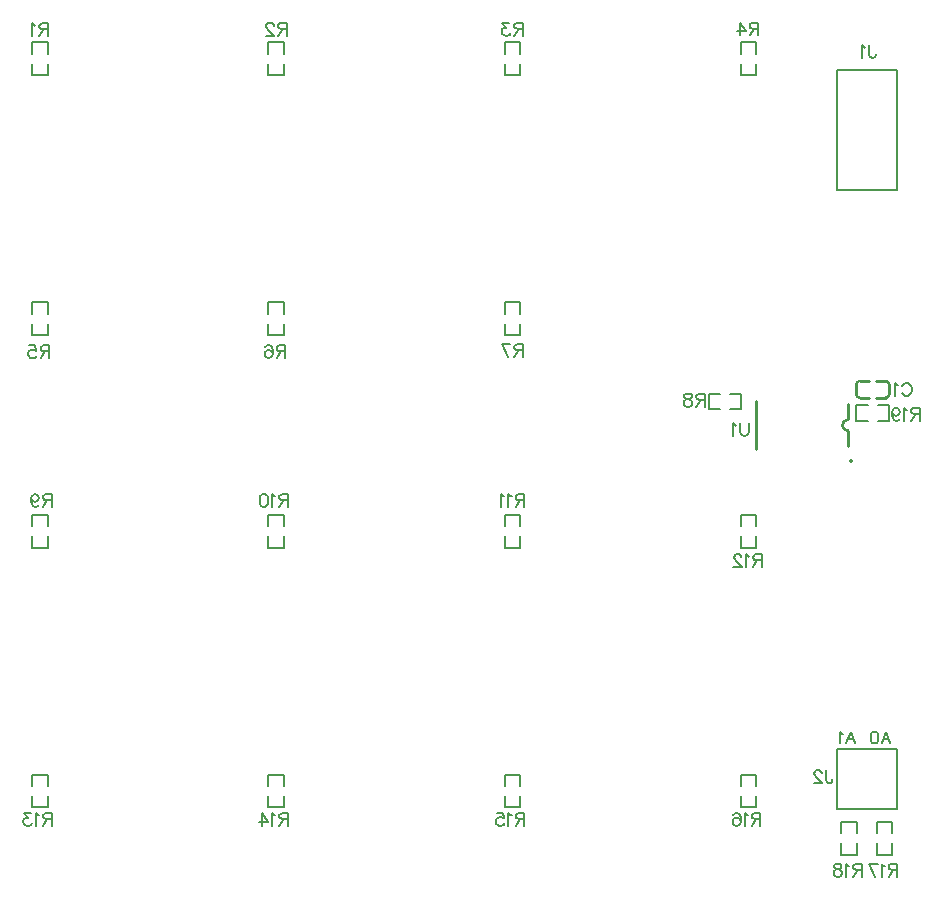
<source format=gbo>
G04 Layer: BottomSilkscreenLayer*
G04 EasyEDA v6.5.20, 2023-08-27 05:19:39*
G04 a67cddfb3fce44daa9051d46cbbcc19f,10*
G04 Gerber Generator version 0.2*
G04 Scale: 100 percent, Rotated: No, Reflected: No *
G04 Dimensions in millimeters *
G04 leading zeros omitted , absolute positions ,4 integer and 5 decimal *
%FSLAX45Y45*%
%MOMM*%

%ADD10C,0.2032*%
%ADD11C,0.1524*%
%ADD12C,0.2540*%
%ADD13C,0.2000*%

%LPD*%
D10*
X9663617Y2900903D02*
G01*
X9699980Y2805447D01*
X9663617Y2900903D02*
G01*
X9627252Y2805447D01*
X9686343Y2837266D02*
G01*
X9640890Y2837266D01*
X9569980Y2900903D02*
G01*
X9583618Y2896356D01*
X9592708Y2882722D01*
X9597252Y2859994D01*
X9597252Y2846357D01*
X9592708Y2823631D01*
X9583618Y2809994D01*
X9569980Y2805447D01*
X9560890Y2805447D01*
X9547252Y2809994D01*
X9538162Y2823631D01*
X9533618Y2846357D01*
X9533618Y2859994D01*
X9538162Y2882722D01*
X9547252Y2896356D01*
X9560890Y2900903D01*
X9569980Y2900903D01*
X9363618Y2900903D02*
G01*
X9399981Y2805447D01*
X9363618Y2900903D02*
G01*
X9327253Y2805447D01*
X9386343Y2837266D02*
G01*
X9340890Y2837266D01*
X9297253Y2882722D02*
G01*
X9288162Y2887266D01*
X9274528Y2900903D01*
X9274528Y2805447D01*
D11*
X9802002Y5829396D02*
G01*
X9807336Y5839810D01*
X9817750Y5850224D01*
X9827910Y5855304D01*
X9848738Y5855304D01*
X9859152Y5850224D01*
X9869566Y5839810D01*
X9874900Y5829396D01*
X9879980Y5813648D01*
X9879980Y5787740D01*
X9874900Y5772246D01*
X9869566Y5761832D01*
X9859152Y5751418D01*
X9848738Y5746338D01*
X9827910Y5746338D01*
X9817750Y5751418D01*
X9807336Y5761832D01*
X9802002Y5772246D01*
X9767712Y5834476D02*
G01*
X9757298Y5839810D01*
X9741804Y5855304D01*
X9741804Y5746338D01*
X2567404Y8901010D02*
G01*
X2567404Y8792044D01*
X2567404Y8901010D02*
G01*
X2520668Y8901010D01*
X2505174Y8895930D01*
X2499840Y8890596D01*
X2494760Y8880182D01*
X2494760Y8869768D01*
X2499840Y8859354D01*
X2505174Y8854274D01*
X2520668Y8849194D01*
X2567404Y8849194D01*
X2531082Y8849194D02*
G01*
X2494760Y8792044D01*
X2460470Y8880182D02*
G01*
X2450056Y8885516D01*
X2434308Y8901010D01*
X2434308Y8792044D01*
X4590709Y8904411D02*
G01*
X4590709Y8795445D01*
X4590709Y8904411D02*
G01*
X4543973Y8904411D01*
X4528479Y8899331D01*
X4523145Y8893997D01*
X4518065Y8883583D01*
X4518065Y8873169D01*
X4523145Y8862755D01*
X4528479Y8857675D01*
X4543973Y8852595D01*
X4590709Y8852595D01*
X4554387Y8852595D02*
G01*
X4518065Y8795445D01*
X4478441Y8878503D02*
G01*
X4478441Y8883583D01*
X4473361Y8893997D01*
X4468027Y8899331D01*
X4457613Y8904411D01*
X4437039Y8904411D01*
X4426625Y8899331D01*
X4421291Y8893997D01*
X4416211Y8883583D01*
X4416211Y8873169D01*
X4421291Y8862755D01*
X4431705Y8847261D01*
X4483775Y8795445D01*
X4410877Y8795445D01*
X6590736Y8904381D02*
G01*
X6590736Y8795415D01*
X6590736Y8904381D02*
G01*
X6544000Y8904381D01*
X6528506Y8899301D01*
X6523172Y8893967D01*
X6518092Y8883553D01*
X6518092Y8873139D01*
X6523172Y8862725D01*
X6528506Y8857645D01*
X6544000Y8852565D01*
X6590736Y8852565D01*
X6554414Y8852565D02*
G01*
X6518092Y8795415D01*
X6473388Y8904381D02*
G01*
X6416238Y8904381D01*
X6447226Y8862725D01*
X6431732Y8862725D01*
X6421318Y8857645D01*
X6416238Y8852565D01*
X6410904Y8836817D01*
X6410904Y8826403D01*
X6416238Y8810909D01*
X6426652Y8800495D01*
X6442146Y8795415D01*
X6457640Y8795415D01*
X6473388Y8800495D01*
X6478468Y8805575D01*
X6483802Y8815989D01*
X8583272Y8906921D02*
G01*
X8583272Y8797955D01*
X8583272Y8906921D02*
G01*
X8536536Y8906921D01*
X8521042Y8901841D01*
X8515708Y8896507D01*
X8510628Y8886093D01*
X8510628Y8875679D01*
X8515708Y8865265D01*
X8521042Y8860185D01*
X8536536Y8855105D01*
X8583272Y8855105D01*
X8546950Y8855105D02*
G01*
X8510628Y8797955D01*
X8424268Y8906921D02*
G01*
X8476338Y8834277D01*
X8398360Y8834277D01*
X8424268Y8906921D02*
G01*
X8424268Y8797955D01*
X2579110Y6174546D02*
G01*
X2579110Y6065580D01*
X2579110Y6174546D02*
G01*
X2532374Y6174546D01*
X2516880Y6169466D01*
X2511546Y6164132D01*
X2506466Y6153718D01*
X2506466Y6143304D01*
X2511546Y6132890D01*
X2516880Y6127810D01*
X2532374Y6122730D01*
X2579110Y6122730D01*
X2542788Y6122730D02*
G01*
X2506466Y6065580D01*
X2409692Y6174546D02*
G01*
X2461762Y6174546D01*
X2466842Y6127810D01*
X2461762Y6132890D01*
X2446014Y6138224D01*
X2430520Y6138224D01*
X2415026Y6132890D01*
X2404612Y6122730D01*
X2399278Y6106982D01*
X2399278Y6096568D01*
X2404612Y6081074D01*
X2415026Y6070660D01*
X2430520Y6065580D01*
X2446014Y6065580D01*
X2461762Y6070660D01*
X2466842Y6075740D01*
X2472176Y6086154D01*
X4576406Y6177175D02*
G01*
X4576406Y6068209D01*
X4576406Y6177175D02*
G01*
X4529670Y6177175D01*
X4514176Y6172095D01*
X4508842Y6166761D01*
X4503762Y6156347D01*
X4503762Y6145933D01*
X4508842Y6135519D01*
X4514176Y6130439D01*
X4529670Y6125359D01*
X4576406Y6125359D01*
X4540084Y6125359D02*
G01*
X4503762Y6068209D01*
X4406988Y6161681D02*
G01*
X4412322Y6172095D01*
X4427816Y6177175D01*
X4438230Y6177175D01*
X4453724Y6172095D01*
X4464138Y6156347D01*
X4469472Y6130439D01*
X4469472Y6104531D01*
X4464138Y6083703D01*
X4453724Y6073289D01*
X4438230Y6068209D01*
X4432896Y6068209D01*
X4417402Y6073289D01*
X4406988Y6083703D01*
X4401908Y6099197D01*
X4401908Y6104531D01*
X4406988Y6120025D01*
X4417402Y6130439D01*
X4432896Y6135519D01*
X4438230Y6135519D01*
X4453724Y6130439D01*
X4464138Y6120025D01*
X4469472Y6104531D01*
X6589064Y6184534D02*
G01*
X6589064Y6075568D01*
X6589064Y6184534D02*
G01*
X6542328Y6184534D01*
X6526834Y6179454D01*
X6521500Y6174120D01*
X6516420Y6163706D01*
X6516420Y6153292D01*
X6521500Y6142878D01*
X6526834Y6137798D01*
X6542328Y6132718D01*
X6589064Y6132718D01*
X6552742Y6132718D02*
G01*
X6516420Y6075568D01*
X6409232Y6184534D02*
G01*
X6461302Y6075568D01*
X6482130Y6184534D02*
G01*
X6409232Y6184534D01*
X8129968Y5765264D02*
G01*
X8129968Y5656298D01*
X8129968Y5765264D02*
G01*
X8083232Y5765264D01*
X8067738Y5760184D01*
X8062404Y5754850D01*
X8057324Y5744436D01*
X8057324Y5734022D01*
X8062404Y5723608D01*
X8067738Y5718528D01*
X8083232Y5713448D01*
X8129968Y5713448D01*
X8093646Y5713448D02*
G01*
X8057324Y5656298D01*
X7996872Y5765264D02*
G01*
X8012620Y5760184D01*
X8017700Y5749770D01*
X8017700Y5739356D01*
X8012620Y5728942D01*
X8002206Y5723608D01*
X7981378Y5718528D01*
X7965884Y5713448D01*
X7955470Y5703034D01*
X7950136Y5692620D01*
X7950136Y5676872D01*
X7955470Y5666458D01*
X7960550Y5661378D01*
X7976298Y5656298D01*
X7996872Y5656298D01*
X8012620Y5661378D01*
X8017700Y5666458D01*
X8023034Y5676872D01*
X8023034Y5692620D01*
X8017700Y5703034D01*
X8007286Y5713448D01*
X7991792Y5718528D01*
X7970964Y5723608D01*
X7960550Y5728942D01*
X7955470Y5739356D01*
X7955470Y5749770D01*
X7960550Y5760184D01*
X7976298Y5765264D01*
X7996872Y5765264D01*
X2599994Y4915306D02*
G01*
X2599994Y4806340D01*
X2599994Y4915306D02*
G01*
X2553258Y4915306D01*
X2537764Y4910226D01*
X2532430Y4904892D01*
X2527350Y4894478D01*
X2527350Y4884064D01*
X2532430Y4873650D01*
X2537764Y4868570D01*
X2553258Y4863490D01*
X2599994Y4863490D01*
X2563672Y4863490D02*
G01*
X2527350Y4806340D01*
X2425496Y4878984D02*
G01*
X2430576Y4863490D01*
X2440990Y4853076D01*
X2456484Y4847742D01*
X2461818Y4847742D01*
X2477312Y4853076D01*
X2487726Y4863490D01*
X2493060Y4878984D01*
X2493060Y4884064D01*
X2487726Y4899812D01*
X2477312Y4910226D01*
X2461818Y4915306D01*
X2456484Y4915306D01*
X2440990Y4910226D01*
X2430576Y4899812D01*
X2425496Y4878984D01*
X2425496Y4853076D01*
X2430576Y4826914D01*
X2440990Y4811420D01*
X2456484Y4806340D01*
X2466898Y4806340D01*
X2482646Y4811420D01*
X2487726Y4821834D01*
X4599990Y4915306D02*
G01*
X4599990Y4806340D01*
X4599990Y4915306D02*
G01*
X4553254Y4915306D01*
X4537760Y4910226D01*
X4532426Y4904892D01*
X4527346Y4894478D01*
X4527346Y4884064D01*
X4532426Y4873650D01*
X4537760Y4868570D01*
X4553254Y4863490D01*
X4599990Y4863490D01*
X4563668Y4863490D02*
G01*
X4527346Y4806340D01*
X4493056Y4894478D02*
G01*
X4482642Y4899812D01*
X4466894Y4915306D01*
X4466894Y4806340D01*
X4401616Y4915306D02*
G01*
X4417110Y4910226D01*
X4427524Y4894478D01*
X4432604Y4868570D01*
X4432604Y4853076D01*
X4427524Y4826914D01*
X4417110Y4811420D01*
X4401616Y4806340D01*
X4391202Y4806340D01*
X4375454Y4811420D01*
X4365040Y4826914D01*
X4359960Y4853076D01*
X4359960Y4868570D01*
X4365040Y4894478D01*
X4375454Y4910226D01*
X4391202Y4915306D01*
X4401616Y4915306D01*
X6599986Y4915306D02*
G01*
X6599986Y4806340D01*
X6599986Y4915306D02*
G01*
X6553250Y4915306D01*
X6537756Y4910226D01*
X6532422Y4904892D01*
X6527342Y4894478D01*
X6527342Y4884064D01*
X6532422Y4873650D01*
X6537756Y4868570D01*
X6553250Y4863490D01*
X6599986Y4863490D01*
X6563664Y4863490D02*
G01*
X6527342Y4806340D01*
X6493052Y4894478D02*
G01*
X6482638Y4899812D01*
X6466890Y4915306D01*
X6466890Y4806340D01*
X6432600Y4894478D02*
G01*
X6422186Y4899812D01*
X6406692Y4915306D01*
X6406692Y4806340D01*
X8610836Y4404474D02*
G01*
X8610836Y4295508D01*
X8610836Y4404474D02*
G01*
X8564100Y4404474D01*
X8548606Y4399394D01*
X8543272Y4394060D01*
X8538192Y4383646D01*
X8538192Y4373232D01*
X8543272Y4362818D01*
X8548606Y4357738D01*
X8564100Y4352658D01*
X8610836Y4352658D01*
X8574514Y4352658D02*
G01*
X8538192Y4295508D01*
X8503902Y4383646D02*
G01*
X8493488Y4388980D01*
X8477740Y4404474D01*
X8477740Y4295508D01*
X8438370Y4378566D02*
G01*
X8438370Y4383646D01*
X8433036Y4394060D01*
X8427956Y4399394D01*
X8417542Y4404474D01*
X8396714Y4404474D01*
X8386300Y4399394D01*
X8381220Y4394060D01*
X8375886Y4383646D01*
X8375886Y4373232D01*
X8381220Y4362818D01*
X8391634Y4347324D01*
X8443450Y4295508D01*
X8370806Y4295508D01*
X2599994Y2215311D02*
G01*
X2599994Y2106345D01*
X2599994Y2215311D02*
G01*
X2553258Y2215311D01*
X2537764Y2210231D01*
X2532430Y2204897D01*
X2527350Y2194483D01*
X2527350Y2184069D01*
X2532430Y2173655D01*
X2537764Y2168575D01*
X2553258Y2163495D01*
X2599994Y2163495D01*
X2563672Y2163495D02*
G01*
X2527350Y2106345D01*
X2493060Y2194483D02*
G01*
X2482646Y2199817D01*
X2466898Y2215311D01*
X2466898Y2106345D01*
X2422194Y2215311D02*
G01*
X2365044Y2215311D01*
X2396286Y2173655D01*
X2380792Y2173655D01*
X2370378Y2168575D01*
X2365044Y2163495D01*
X2359964Y2147747D01*
X2359964Y2137333D01*
X2365044Y2121839D01*
X2375458Y2111425D01*
X2391206Y2106345D01*
X2406700Y2106345D01*
X2422194Y2111425D01*
X2427528Y2116505D01*
X2432608Y2126919D01*
X4599990Y2215311D02*
G01*
X4599990Y2106345D01*
X4599990Y2215311D02*
G01*
X4553254Y2215311D01*
X4537760Y2210231D01*
X4532426Y2204897D01*
X4527346Y2194483D01*
X4527346Y2184069D01*
X4532426Y2173655D01*
X4537760Y2168575D01*
X4553254Y2163495D01*
X4599990Y2163495D01*
X4563668Y2163495D02*
G01*
X4527346Y2106345D01*
X4493056Y2194483D02*
G01*
X4482642Y2199817D01*
X4466894Y2215311D01*
X4466894Y2106345D01*
X4380788Y2215311D02*
G01*
X4432604Y2142667D01*
X4354880Y2142667D01*
X4380788Y2215311D02*
G01*
X4380788Y2106345D01*
X6599986Y2215311D02*
G01*
X6599986Y2106345D01*
X6599986Y2215311D02*
G01*
X6553250Y2215311D01*
X6537756Y2210231D01*
X6532422Y2204897D01*
X6527342Y2194483D01*
X6527342Y2184069D01*
X6532422Y2173655D01*
X6537756Y2168575D01*
X6553250Y2163495D01*
X6599986Y2163495D01*
X6563664Y2163495D02*
G01*
X6527342Y2106345D01*
X6493052Y2194483D02*
G01*
X6482638Y2199817D01*
X6466890Y2215311D01*
X6466890Y2106345D01*
X6370370Y2215311D02*
G01*
X6422186Y2215311D01*
X6427520Y2168575D01*
X6422186Y2173655D01*
X6406692Y2178989D01*
X6391198Y2178989D01*
X6375450Y2173655D01*
X6365036Y2163495D01*
X6359956Y2147747D01*
X6359956Y2137333D01*
X6365036Y2121839D01*
X6375450Y2111425D01*
X6391198Y2106345D01*
X6406692Y2106345D01*
X6422186Y2111425D01*
X6427520Y2116505D01*
X6432600Y2126919D01*
X8599982Y2215311D02*
G01*
X8599982Y2106345D01*
X8599982Y2215311D02*
G01*
X8553246Y2215311D01*
X8537752Y2210231D01*
X8532418Y2204897D01*
X8527338Y2194483D01*
X8527338Y2184069D01*
X8532418Y2173655D01*
X8537752Y2168575D01*
X8553246Y2163495D01*
X8599982Y2163495D01*
X8563660Y2163495D02*
G01*
X8527338Y2106345D01*
X8493048Y2194483D02*
G01*
X8482634Y2199817D01*
X8466886Y2215311D01*
X8466886Y2106345D01*
X8370366Y2199817D02*
G01*
X8375446Y2210231D01*
X8391194Y2215311D01*
X8401608Y2215311D01*
X8417102Y2210231D01*
X8427516Y2194483D01*
X8432596Y2168575D01*
X8432596Y2142667D01*
X8427516Y2121839D01*
X8417102Y2111425D01*
X8401608Y2106345D01*
X8396274Y2106345D01*
X8380780Y2111425D01*
X8370366Y2121839D01*
X8365032Y2137333D01*
X8365032Y2142667D01*
X8370366Y2158161D01*
X8380780Y2168575D01*
X8396274Y2173655D01*
X8401608Y2173655D01*
X8417102Y2168575D01*
X8427516Y2158161D01*
X8432596Y2142667D01*
X9157911Y2575311D02*
G01*
X9157911Y2492253D01*
X9163245Y2476505D01*
X9168325Y2471425D01*
X9178739Y2466345D01*
X9189153Y2466345D01*
X9199567Y2471425D01*
X9204901Y2476505D01*
X9209981Y2492253D01*
X9209981Y2502667D01*
X9118541Y2549403D02*
G01*
X9118541Y2554483D01*
X9113461Y2564897D01*
X9108127Y2570231D01*
X9097713Y2575311D01*
X9076885Y2575311D01*
X9066471Y2570231D01*
X9061391Y2564897D01*
X9056311Y2554483D01*
X9056311Y2544069D01*
X9061391Y2533655D01*
X9071805Y2518161D01*
X9123621Y2466345D01*
X9050977Y2466345D01*
X9459168Y1784469D02*
G01*
X9459168Y1675503D01*
X9459168Y1784469D02*
G01*
X9412432Y1784469D01*
X9396938Y1779389D01*
X9391604Y1774055D01*
X9386524Y1763641D01*
X9386524Y1753227D01*
X9391604Y1742813D01*
X9396938Y1737733D01*
X9412432Y1732653D01*
X9459168Y1732653D01*
X9422846Y1732653D02*
G01*
X9386524Y1675503D01*
X9352234Y1763641D02*
G01*
X9341820Y1768975D01*
X9326072Y1784469D01*
X9326072Y1675503D01*
X9265874Y1784469D02*
G01*
X9281368Y1779389D01*
X9286702Y1768975D01*
X9286702Y1758561D01*
X9281368Y1748147D01*
X9271208Y1742813D01*
X9250380Y1737733D01*
X9234632Y1732653D01*
X9224218Y1722239D01*
X9219138Y1711825D01*
X9219138Y1696077D01*
X9224218Y1685663D01*
X9229552Y1680583D01*
X9245046Y1675503D01*
X9265874Y1675503D01*
X9281368Y1680583D01*
X9286702Y1685663D01*
X9291782Y1696077D01*
X9291782Y1711825D01*
X9286702Y1722239D01*
X9276288Y1732653D01*
X9260794Y1737733D01*
X9239966Y1742813D01*
X9229552Y1748147D01*
X9224218Y1758561D01*
X9224218Y1768975D01*
X9229552Y1779389D01*
X9245046Y1784469D01*
X9265874Y1784469D01*
X9949980Y5645304D02*
G01*
X9949980Y5536338D01*
X9949980Y5645304D02*
G01*
X9903244Y5645304D01*
X9887750Y5640224D01*
X9882416Y5634890D01*
X9877336Y5624476D01*
X9877336Y5614062D01*
X9882416Y5603648D01*
X9887750Y5598568D01*
X9903244Y5593488D01*
X9949980Y5593488D01*
X9913658Y5593488D02*
G01*
X9877336Y5536338D01*
X9843046Y5624476D02*
G01*
X9832632Y5629810D01*
X9816884Y5645304D01*
X9816884Y5536338D01*
X9715030Y5608982D02*
G01*
X9720364Y5593488D01*
X9730778Y5583074D01*
X9746272Y5577740D01*
X9751606Y5577740D01*
X9767100Y5583074D01*
X9777514Y5593488D01*
X9782594Y5608982D01*
X9782594Y5614062D01*
X9777514Y5629810D01*
X9767100Y5640224D01*
X9751606Y5645304D01*
X9746272Y5645304D01*
X9730778Y5640224D01*
X9720364Y5629810D01*
X9715030Y5608982D01*
X9715030Y5583074D01*
X9720364Y5556912D01*
X9730778Y5541418D01*
X9746272Y5536338D01*
X9756686Y5536338D01*
X9772180Y5541418D01*
X9777514Y5551832D01*
X8499983Y5515305D02*
G01*
X8499983Y5437327D01*
X8494902Y5421833D01*
X8484488Y5411419D01*
X8468740Y5406339D01*
X8458327Y5406339D01*
X8442833Y5411419D01*
X8432418Y5421833D01*
X8427338Y5437327D01*
X8427338Y5515305D01*
X8393049Y5494477D02*
G01*
X8382634Y5499811D01*
X8366886Y5515305D01*
X8366886Y5406339D01*
X9523026Y8715321D02*
G01*
X9523026Y8632195D01*
X9528223Y8616607D01*
X9533417Y8611412D01*
X9543808Y8606218D01*
X9554199Y8606218D01*
X9564590Y8611412D01*
X9569787Y8616607D01*
X9574982Y8632195D01*
X9574982Y8642586D01*
X9488736Y8694539D02*
G01*
X9478347Y8699736D01*
X9462759Y8715321D01*
X9462759Y8606218D01*
X9759200Y1784525D02*
G01*
X9759200Y1675422D01*
X9759200Y1784525D02*
G01*
X9712441Y1784525D01*
X9696856Y1779330D01*
X9691659Y1774134D01*
X9686465Y1763742D01*
X9686465Y1753351D01*
X9691659Y1742960D01*
X9696856Y1737766D01*
X9712441Y1732572D01*
X9759200Y1732572D01*
X9722832Y1732572D02*
G01*
X9686465Y1675422D01*
X9652175Y1763742D02*
G01*
X9641784Y1768939D01*
X9626196Y1784525D01*
X9626196Y1675422D01*
X9519170Y1784525D02*
G01*
X9571126Y1675422D01*
X9591906Y1784525D02*
G01*
X9519170Y1784525D01*
D12*
X9410979Y5839965D02*
G01*
X9410979Y5759963D01*
X9521954Y5870950D02*
G01*
X9441957Y5870950D01*
X9521954Y5728985D02*
G01*
X9441957Y5728985D01*
X9579543Y5871532D02*
G01*
X9659543Y5871532D01*
X9690526Y5840549D02*
G01*
X9690526Y5760552D01*
X9579543Y5729571D02*
G01*
X9659543Y5729571D01*
D11*
X2433934Y8642604D02*
G01*
X2433934Y8738491D01*
X2566055Y8738491D01*
X2566055Y8642604D01*
X2433934Y8557361D02*
G01*
X2433934Y8461474D01*
X2566055Y8461474D01*
X2566055Y8557361D01*
X4433930Y8642604D02*
G01*
X4433930Y8738491D01*
X4566051Y8738491D01*
X4566051Y8642604D01*
X4433930Y8557361D02*
G01*
X4433930Y8461474D01*
X4566051Y8461474D01*
X4566051Y8557361D01*
X6433926Y8642604D02*
G01*
X6433926Y8738491D01*
X6566047Y8738491D01*
X6566047Y8642604D01*
X6433926Y8557361D02*
G01*
X6433926Y8461474D01*
X6566047Y8461474D01*
X6566047Y8557361D01*
X8433922Y8642604D02*
G01*
X8433922Y8738491D01*
X8566043Y8738491D01*
X8566043Y8642604D01*
X8433922Y8557361D02*
G01*
X8433922Y8461474D01*
X8566043Y8461474D01*
X8566043Y8557361D01*
X2566055Y6357365D02*
G01*
X2566055Y6261478D01*
X2433934Y6261478D01*
X2433934Y6357365D01*
X2566055Y6442608D02*
G01*
X2566055Y6538495D01*
X2433934Y6538495D01*
X2433934Y6442608D01*
X4566051Y6357365D02*
G01*
X4566051Y6261478D01*
X4433930Y6261478D01*
X4433930Y6357365D01*
X4566051Y6442608D02*
G01*
X4566051Y6538495D01*
X4433930Y6538495D01*
X4433930Y6442608D01*
X6566047Y6357365D02*
G01*
X6566047Y6261478D01*
X6433926Y6261478D01*
X6433926Y6357365D01*
X6566047Y6442608D02*
G01*
X6566047Y6538495D01*
X6433926Y6538495D01*
X6433926Y6442608D01*
X8257362Y5633928D02*
G01*
X8161474Y5633928D01*
X8161474Y5766048D01*
X8257362Y5766048D01*
X8342604Y5633928D02*
G01*
X8438492Y5633928D01*
X8438492Y5766048D01*
X8342604Y5766048D01*
X2433934Y4642612D02*
G01*
X2433934Y4738499D01*
X2566055Y4738499D01*
X2566055Y4642612D01*
X2433934Y4557369D02*
G01*
X2433934Y4461482D01*
X2566055Y4461482D01*
X2566055Y4557369D01*
X4433930Y4642612D02*
G01*
X4433930Y4738499D01*
X4566051Y4738499D01*
X4566051Y4642612D01*
X4433930Y4557369D02*
G01*
X4433930Y4461482D01*
X4566051Y4461482D01*
X4566051Y4557369D01*
X6433926Y4642612D02*
G01*
X6433926Y4738499D01*
X6566047Y4738499D01*
X6566047Y4642612D01*
X6433926Y4557369D02*
G01*
X6433926Y4461482D01*
X6566047Y4461482D01*
X6566047Y4557369D01*
X8433922Y4642612D02*
G01*
X8433922Y4738499D01*
X8566043Y4738499D01*
X8566043Y4642612D01*
X8433922Y4557369D02*
G01*
X8433922Y4461482D01*
X8566043Y4461482D01*
X8566043Y4557369D01*
X2566055Y2357373D02*
G01*
X2566055Y2261486D01*
X2433934Y2261486D01*
X2433934Y2357373D01*
X2566055Y2442616D02*
G01*
X2566055Y2538503D01*
X2433934Y2538503D01*
X2433934Y2442616D01*
X4566051Y2357373D02*
G01*
X4566051Y2261486D01*
X4433930Y2261486D01*
X4433930Y2357373D01*
X4566051Y2442616D02*
G01*
X4566051Y2538503D01*
X4433930Y2538503D01*
X4433930Y2442616D01*
X6566047Y2357373D02*
G01*
X6566047Y2261486D01*
X6433926Y2261486D01*
X6433926Y2357373D01*
X6566047Y2442616D02*
G01*
X6566047Y2538503D01*
X6433926Y2538503D01*
X6433926Y2442616D01*
X8566043Y2357373D02*
G01*
X8566043Y2261486D01*
X8433922Y2261486D01*
X8433922Y2357373D01*
X8566043Y2442616D02*
G01*
X8566043Y2538503D01*
X8433922Y2538503D01*
X8433922Y2442616D01*
D10*
X9245981Y2753995D02*
G01*
X9245981Y2245995D01*
X9753981Y2245995D01*
X9753981Y2753995D01*
X9245981Y2753995D01*
D11*
X9416041Y1957374D02*
G01*
X9416041Y1861487D01*
X9283920Y1861487D01*
X9283920Y1957374D01*
X9416041Y2042617D02*
G01*
X9416041Y2138504D01*
X9283920Y2138504D01*
X9283920Y2042617D01*
X9507359Y5533928D02*
G01*
X9411472Y5533928D01*
X9411472Y5666049D01*
X9507359Y5666049D01*
X9592602Y5533928D02*
G01*
X9688489Y5533928D01*
X9688489Y5666049D01*
X9592602Y5666049D01*
D12*
X9341756Y5548246D02*
G01*
X9341756Y5675246D01*
X9341756Y5324726D02*
G01*
X9341756Y5451726D01*
X8559436Y5700732D02*
G01*
X8559436Y5299240D01*
D10*
X9753981Y7491984D02*
G01*
X9245981Y7491984D01*
X9245981Y8507984D01*
X9753981Y8507984D01*
X9753981Y7491984D01*
D11*
X9716041Y1957374D02*
G01*
X9716041Y1861487D01*
X9583920Y1861487D01*
X9583920Y1957374D01*
X9716041Y2042617D02*
G01*
X9716041Y2138504D01*
X9583920Y2138504D01*
X9583920Y2042617D01*
D12*
G75*
G01*
X9690532Y5840550D02*
G03*
X9659549Y5871533I-30983J0D01*
G75*
G01*
X9659549Y5729567D02*
G03*
X9690532Y5760552I0J30983D01*
G75*
G01*
X9441962Y5870951D02*
G03*
X9410979Y5839965I0J-30983D01*
G75*
G01*
X9410979Y5759968D02*
G03*
X9441962Y5728985I30983J0D01*
G75*
G01*
X9341757Y5545706D02*
G03*
X9341757Y5451726I0J-46990D01*
D13*
G75*
G01
X9377164Y5195186D02*
G03X9377164Y5195186I-10008J0D01*
M02*

</source>
